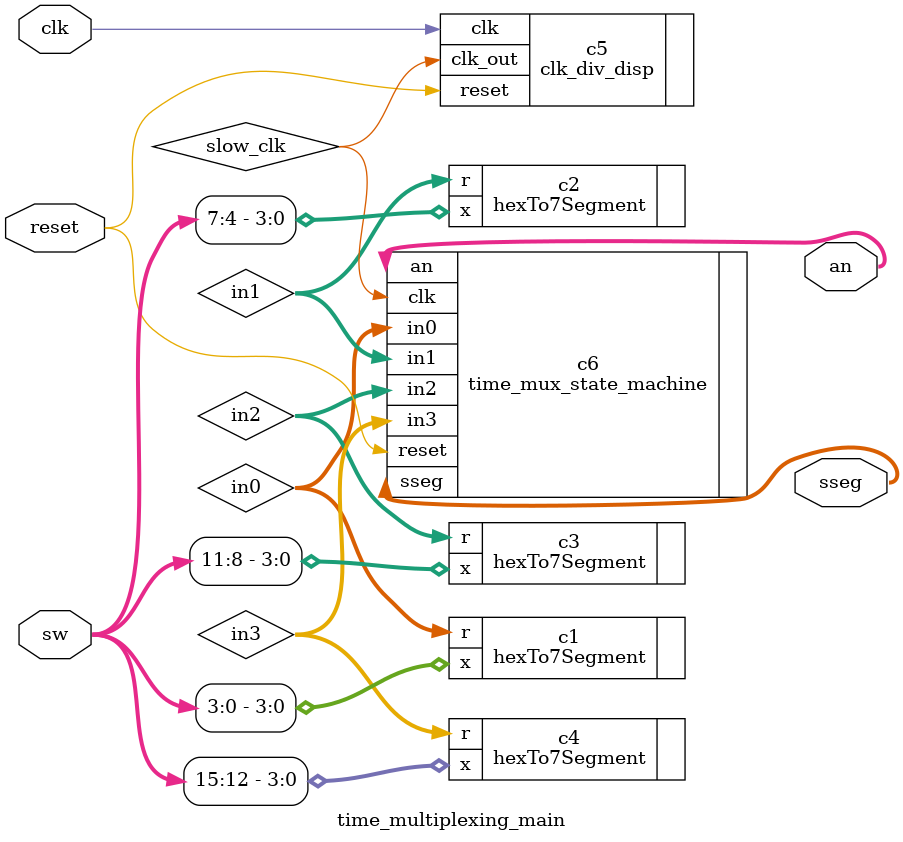
<source format=v>
`timescale 1ns / 1ps


module time_multiplexing_main(
    input clk,
    input reset,
    input [15:0] sw,
    output [3:0] an,
    output [6:0] sseg
    );
    
    wire [6:0] in0, in1, in2, in3;
    wire slow_clk;
    
    //Module instantiation of hexTo7Segment decoder
    hexTo7Segment c1 (.x(sw[3:0]), .r(in0));
    hexTo7Segment c2 (.x(sw[7:4]), .r(in1));
    hexTo7Segment c3 (.x(sw[11:8]), .r(in2));
    hexTo7Segment c4 (.x(sw[15:12]), .r(in3));
    
    //module instantiation of the clock divider
    clk_div_disp c5 (.clk(clk), .reset(reset), .clk_out(slow_clk));
    
    //module instantiation of the multiplexer
    time_mux_state_machine c6(
    .clk (slow_clk),
    .reset (reset),
    .in0 (in0),
    .in1 (in1),
    .in2 (in2),
    .in3 (in3),
    .an (an),
    .sseg (sseg)
    );
endmodule

</source>
